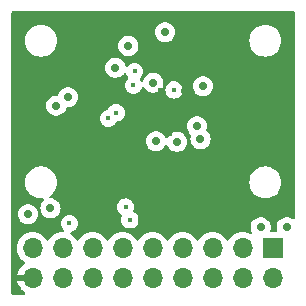
<source format=gbr>
%TF.GenerationSoftware,KiCad,Pcbnew,7.0.5*%
%TF.CreationDate,2024-03-10T15:58:08+09:00*%
%TF.ProjectId,camera_exp,63616d65-7261-45f6-9578-702e6b696361,rev?*%
%TF.SameCoordinates,Original*%
%TF.FileFunction,Copper,L2,Inr*%
%TF.FilePolarity,Positive*%
%FSLAX46Y46*%
G04 Gerber Fmt 4.6, Leading zero omitted, Abs format (unit mm)*
G04 Created by KiCad (PCBNEW 7.0.5) date 2024-03-10 15:58:08*
%MOMM*%
%LPD*%
G01*
G04 APERTURE LIST*
%TA.AperFunction,ComponentPad*%
%ADD10R,1.700000X1.700000*%
%TD*%
%TA.AperFunction,ComponentPad*%
%ADD11O,1.700000X1.700000*%
%TD*%
%TA.AperFunction,ViaPad*%
%ADD12C,0.450000*%
%TD*%
%TA.AperFunction,ViaPad*%
%ADD13C,0.700000*%
%TD*%
G04 APERTURE END LIST*
D10*
%TO.N,/DVP_0*%
%TO.C,J1*%
X102620000Y-57560000D03*
D11*
%TO.N,/DVP_1*%
X102620000Y-60100000D03*
%TO.N,/DVP_2*%
X100080000Y-57560000D03*
%TO.N,/DVP_3*%
X100080000Y-60100000D03*
%TO.N,/DVP_4*%
X97540000Y-57560000D03*
%TO.N,/DVP_5*%
X97540000Y-60100000D03*
%TO.N,/DVP_6*%
X95000000Y-57560000D03*
%TO.N,/DVP_7*%
X95000000Y-60100000D03*
%TO.N,/DVP_8*%
X92460000Y-57560000D03*
%TO.N,/DVP_9*%
X92460000Y-60100000D03*
%TO.N,/VSYNC*%
X89920000Y-57560000D03*
%TO.N,/HREF*%
X89920000Y-60100000D03*
%TO.N,/PCLK*%
X87380000Y-57560000D03*
%TO.N,/EXCLK*%
X87380000Y-60100000D03*
%TO.N,/SDA*%
X84840000Y-57560000D03*
%TO.N,/SCL*%
X84840000Y-60100000D03*
%TO.N,+3V3*%
X82300000Y-57560000D03*
%TO.N,GND*%
X82300000Y-60100000D03*
%TD*%
D12*
%TO.N,GND*%
X87310000Y-46590000D03*
%TO.N,/SCL*%
X85410000Y-55480000D03*
%TO.N,/DVP_9*%
X90520000Y-55170000D03*
%TO.N,/DVP_6*%
X90170000Y-54090000D03*
%TO.N,+2V8*%
X90830000Y-43780000D03*
%TO.N,+1V8*%
X88700000Y-46590000D03*
%TO.N,/DVDD*%
X89370000Y-46110000D03*
%TO.N,GND*%
X91150000Y-48360000D03*
X93910000Y-47910000D03*
X93050000Y-44190000D03*
X95000000Y-44230000D03*
%TO.N,/DVDD*%
X94270000Y-44170000D03*
%TO.N,GND*%
X93750000Y-45720000D03*
%TO.N,/RSTB*%
X90921578Y-42602637D03*
D13*
%TO.N,/VR*%
X93500000Y-39300000D03*
%TO.N,+2V8*%
X103800000Y-55800000D03*
X101600000Y-55800000D03*
X81900000Y-54700000D03*
X83800000Y-54200000D03*
%TO.N,GND*%
X87800000Y-41500000D03*
X83500000Y-47500000D03*
X84201728Y-50798272D03*
X81434500Y-50200000D03*
X81500000Y-47500000D03*
X81000000Y-59000000D03*
X81000000Y-61000000D03*
X91000000Y-53000000D03*
X100080000Y-51490000D03*
X104000000Y-52000000D03*
X100000000Y-45000000D03*
X100000000Y-48000000D03*
X104000000Y-48000000D03*
X104000000Y-45000000D03*
X100000000Y-42000000D03*
X104000000Y-42000000D03*
X104000000Y-38000000D03*
X100000000Y-38000000D03*
X97000000Y-38000000D03*
X91000000Y-38000000D03*
X85000000Y-38000000D03*
X81000000Y-38000000D03*
X81000000Y-42000000D03*
%TO.N,+2V8*%
X89300000Y-42300000D03*
X96200000Y-47250000D03*
X84300000Y-45500000D03*
X85300000Y-44800000D03*
%TO.N,+1V8*%
X90400000Y-40450000D03*
X96700000Y-43870000D03*
%TO.N,GND*%
X85800000Y-39200000D03*
%TO.N,+2V8*%
X92511128Y-43570628D03*
%TO.N,/DVDD*%
X96500000Y-48330000D03*
X94520000Y-48570000D03*
%TO.N,/EXCLK*%
X92728200Y-48521800D03*
%TD*%
%TA.AperFunction,Conductor*%
%TO.N,GND*%
G36*
X104442539Y-37520185D02*
G01*
X104488294Y-37572989D01*
X104499500Y-37624500D01*
X104499500Y-55013576D01*
X104479815Y-55080615D01*
X104427011Y-55126370D01*
X104357853Y-55136314D01*
X104302615Y-55113894D01*
X104227597Y-55059390D01*
X104227593Y-55059388D01*
X104064267Y-54986671D01*
X104064265Y-54986670D01*
X103936594Y-54959533D01*
X103889391Y-54949500D01*
X103710609Y-54949500D01*
X103679954Y-54956015D01*
X103535733Y-54986670D01*
X103535728Y-54986672D01*
X103372408Y-55059387D01*
X103227768Y-55164475D01*
X103108140Y-55297336D01*
X103018750Y-55452164D01*
X103018747Y-55452170D01*
X102963504Y-55622192D01*
X102963503Y-55622194D01*
X102944815Y-55799999D01*
X102963503Y-55977804D01*
X102963504Y-55977807D01*
X102986046Y-56047183D01*
X102988041Y-56117023D01*
X102951961Y-56176856D01*
X102889260Y-56207684D01*
X102868115Y-56209500D01*
X102531885Y-56209500D01*
X102464846Y-56189815D01*
X102419091Y-56137011D01*
X102409147Y-56067853D01*
X102413952Y-56047187D01*
X102436497Y-55977803D01*
X102455185Y-55800000D01*
X102436497Y-55622197D01*
X102408873Y-55537181D01*
X102381252Y-55452170D01*
X102381249Y-55452164D01*
X102291859Y-55297335D01*
X102245003Y-55245296D01*
X102172235Y-55164478D01*
X102172232Y-55164476D01*
X102172231Y-55164475D01*
X102172230Y-55164474D01*
X102027593Y-55059388D01*
X101864267Y-54986671D01*
X101864265Y-54986670D01*
X101736594Y-54959533D01*
X101689391Y-54949500D01*
X101510609Y-54949500D01*
X101479954Y-54956015D01*
X101335733Y-54986670D01*
X101335728Y-54986672D01*
X101172408Y-55059387D01*
X101027768Y-55164475D01*
X100908140Y-55297336D01*
X100818750Y-55452164D01*
X100818747Y-55452170D01*
X100763504Y-55622192D01*
X100763503Y-55622194D01*
X100744815Y-55799999D01*
X100763503Y-55977805D01*
X100763504Y-55977807D01*
X100818747Y-56147829D01*
X100818749Y-56147832D01*
X100818750Y-56147835D01*
X100832690Y-56171979D01*
X100849162Y-56239879D01*
X100826309Y-56305906D01*
X100771387Y-56349096D01*
X100701834Y-56355737D01*
X100672897Y-56346360D01*
X100586143Y-56305906D01*
X100543663Y-56286097D01*
X100543659Y-56286096D01*
X100543655Y-56286094D01*
X100315413Y-56224938D01*
X100315403Y-56224936D01*
X100080001Y-56204341D01*
X100079999Y-56204341D01*
X99844596Y-56224936D01*
X99844586Y-56224938D01*
X99616344Y-56286094D01*
X99616335Y-56286098D01*
X99402171Y-56385964D01*
X99402169Y-56385965D01*
X99208597Y-56521505D01*
X99041505Y-56688597D01*
X98911575Y-56874158D01*
X98856998Y-56917783D01*
X98787500Y-56924977D01*
X98725145Y-56893454D01*
X98708425Y-56874158D01*
X98578494Y-56688597D01*
X98411402Y-56521506D01*
X98411395Y-56521501D01*
X98217834Y-56385967D01*
X98217830Y-56385965D01*
X98153006Y-56355737D01*
X98003663Y-56286097D01*
X98003659Y-56286096D01*
X98003655Y-56286094D01*
X97775413Y-56224938D01*
X97775403Y-56224936D01*
X97540001Y-56204341D01*
X97539999Y-56204341D01*
X97304596Y-56224936D01*
X97304586Y-56224938D01*
X97076344Y-56286094D01*
X97076335Y-56286098D01*
X96862171Y-56385964D01*
X96862169Y-56385965D01*
X96668597Y-56521505D01*
X96501505Y-56688597D01*
X96371575Y-56874158D01*
X96316998Y-56917783D01*
X96247500Y-56924977D01*
X96185145Y-56893454D01*
X96168425Y-56874158D01*
X96038494Y-56688597D01*
X95871402Y-56521506D01*
X95871395Y-56521501D01*
X95677834Y-56385967D01*
X95677830Y-56385965D01*
X95613006Y-56355737D01*
X95463663Y-56286097D01*
X95463659Y-56286096D01*
X95463655Y-56286094D01*
X95235413Y-56224938D01*
X95235403Y-56224936D01*
X95000001Y-56204341D01*
X94999999Y-56204341D01*
X94764596Y-56224936D01*
X94764586Y-56224938D01*
X94536344Y-56286094D01*
X94536335Y-56286098D01*
X94322171Y-56385964D01*
X94322169Y-56385965D01*
X94128597Y-56521505D01*
X93961505Y-56688597D01*
X93831575Y-56874158D01*
X93776998Y-56917783D01*
X93707500Y-56924977D01*
X93645145Y-56893454D01*
X93628425Y-56874158D01*
X93498494Y-56688597D01*
X93331402Y-56521506D01*
X93331395Y-56521501D01*
X93137834Y-56385967D01*
X93137830Y-56385965D01*
X93073006Y-56355737D01*
X92923663Y-56286097D01*
X92923659Y-56286096D01*
X92923655Y-56286094D01*
X92695413Y-56224938D01*
X92695403Y-56224936D01*
X92460001Y-56204341D01*
X92459999Y-56204341D01*
X92224596Y-56224936D01*
X92224586Y-56224938D01*
X91996344Y-56286094D01*
X91996335Y-56286098D01*
X91782171Y-56385964D01*
X91782169Y-56385965D01*
X91588597Y-56521505D01*
X91421505Y-56688597D01*
X91291575Y-56874158D01*
X91236998Y-56917783D01*
X91167500Y-56924977D01*
X91105145Y-56893454D01*
X91088425Y-56874158D01*
X90958494Y-56688597D01*
X90791402Y-56521506D01*
X90791395Y-56521501D01*
X90597834Y-56385967D01*
X90597830Y-56385965D01*
X90533006Y-56355737D01*
X90383663Y-56286097D01*
X90383659Y-56286096D01*
X90383655Y-56286094D01*
X90155413Y-56224938D01*
X90155403Y-56224936D01*
X89920001Y-56204341D01*
X89919999Y-56204341D01*
X89684596Y-56224936D01*
X89684586Y-56224938D01*
X89456344Y-56286094D01*
X89456335Y-56286098D01*
X89242171Y-56385964D01*
X89242169Y-56385965D01*
X89048597Y-56521505D01*
X88881505Y-56688597D01*
X88751575Y-56874158D01*
X88696998Y-56917783D01*
X88627500Y-56924977D01*
X88565145Y-56893454D01*
X88548425Y-56874158D01*
X88418494Y-56688597D01*
X88251402Y-56521506D01*
X88251395Y-56521501D01*
X88057834Y-56385967D01*
X88057830Y-56385965D01*
X87993006Y-56355737D01*
X87843663Y-56286097D01*
X87843659Y-56286096D01*
X87843655Y-56286094D01*
X87615413Y-56224938D01*
X87615403Y-56224936D01*
X87380001Y-56204341D01*
X87379999Y-56204341D01*
X87144596Y-56224936D01*
X87144586Y-56224938D01*
X86916344Y-56286094D01*
X86916335Y-56286098D01*
X86702171Y-56385964D01*
X86702169Y-56385965D01*
X86508597Y-56521505D01*
X86341508Y-56688594D01*
X86211574Y-56874159D01*
X86156997Y-56917784D01*
X86087498Y-56924976D01*
X86025144Y-56893454D01*
X86008424Y-56874158D01*
X85878494Y-56688597D01*
X85711402Y-56521506D01*
X85711401Y-56521505D01*
X85549251Y-56407966D01*
X85505626Y-56353389D01*
X85498434Y-56283890D01*
X85529956Y-56221536D01*
X85579417Y-56189351D01*
X85698082Y-56147829D01*
X85726773Y-56137790D01*
X85745957Y-56125736D01*
X85865204Y-56050808D01*
X85980808Y-55935204D01*
X86067789Y-55796775D01*
X86121786Y-55642461D01*
X86121787Y-55642455D01*
X86140091Y-55480003D01*
X86140091Y-55479996D01*
X86121787Y-55317544D01*
X86121786Y-55317542D01*
X86121786Y-55317539D01*
X86067789Y-55163225D01*
X85980808Y-55024796D01*
X85865204Y-54909192D01*
X85794488Y-54864758D01*
X85726774Y-54822210D01*
X85580837Y-54771145D01*
X85572461Y-54768214D01*
X85572460Y-54768213D01*
X85572455Y-54768212D01*
X85410004Y-54749909D01*
X85409996Y-54749909D01*
X85247544Y-54768212D01*
X85093225Y-54822210D01*
X84954795Y-54909192D01*
X84839192Y-55024795D01*
X84752210Y-55163225D01*
X84698212Y-55317544D01*
X84679909Y-55479996D01*
X84679909Y-55480003D01*
X84698212Y-55642455D01*
X84752210Y-55796774D01*
X84839192Y-55935204D01*
X84898709Y-55994721D01*
X84932194Y-56056044D01*
X84927210Y-56125736D01*
X84885338Y-56181669D01*
X84821836Y-56205930D01*
X84604596Y-56224936D01*
X84604586Y-56224938D01*
X84376344Y-56286094D01*
X84376335Y-56286098D01*
X84162171Y-56385964D01*
X84162169Y-56385965D01*
X83968597Y-56521505D01*
X83801505Y-56688597D01*
X83671575Y-56874158D01*
X83616998Y-56917783D01*
X83547500Y-56924977D01*
X83485145Y-56893454D01*
X83468425Y-56874158D01*
X83338494Y-56688597D01*
X83171402Y-56521506D01*
X83171395Y-56521501D01*
X82977834Y-56385967D01*
X82977830Y-56385965D01*
X82913006Y-56355737D01*
X82763663Y-56286097D01*
X82763659Y-56286096D01*
X82763655Y-56286094D01*
X82535413Y-56224938D01*
X82535403Y-56224936D01*
X82300001Y-56204341D01*
X82299999Y-56204341D01*
X82064596Y-56224936D01*
X82064586Y-56224938D01*
X81836344Y-56286094D01*
X81836335Y-56286098D01*
X81622171Y-56385964D01*
X81622169Y-56385965D01*
X81428597Y-56521505D01*
X81261505Y-56688597D01*
X81125965Y-56882169D01*
X81125964Y-56882171D01*
X81026098Y-57096335D01*
X81026094Y-57096344D01*
X80964938Y-57324586D01*
X80964936Y-57324596D01*
X80944341Y-57559999D01*
X80944341Y-57560000D01*
X80964936Y-57795403D01*
X80964938Y-57795413D01*
X81026094Y-58023655D01*
X81026096Y-58023659D01*
X81026097Y-58023663D01*
X81030000Y-58032032D01*
X81125965Y-58237830D01*
X81125967Y-58237834D01*
X81234281Y-58392521D01*
X81261504Y-58431400D01*
X81261506Y-58431402D01*
X81428597Y-58598493D01*
X81428603Y-58598498D01*
X81614594Y-58728730D01*
X81658219Y-58783307D01*
X81665413Y-58852805D01*
X81633890Y-58915160D01*
X81614595Y-58931880D01*
X81428922Y-59061890D01*
X81428920Y-59061891D01*
X81261891Y-59228920D01*
X81261886Y-59228926D01*
X81126400Y-59422420D01*
X81126399Y-59422422D01*
X81026570Y-59636507D01*
X81026567Y-59636513D01*
X80969364Y-59849999D01*
X80969364Y-59850000D01*
X81866314Y-59850000D01*
X81840507Y-59890156D01*
X81800000Y-60028111D01*
X81800000Y-60171889D01*
X81840507Y-60309844D01*
X81866314Y-60350000D01*
X80969364Y-60350000D01*
X81026567Y-60563486D01*
X81026570Y-60563492D01*
X81126399Y-60777578D01*
X81261894Y-60971082D01*
X81428917Y-61138105D01*
X81622886Y-61273925D01*
X81666511Y-61328503D01*
X81673703Y-61398001D01*
X81642181Y-61460356D01*
X81581951Y-61495769D01*
X81551762Y-61499500D01*
X80624500Y-61499500D01*
X80557461Y-61479815D01*
X80511706Y-61427011D01*
X80500500Y-61375500D01*
X80500500Y-54699999D01*
X81044815Y-54699999D01*
X81063503Y-54877805D01*
X81063504Y-54877807D01*
X81118747Y-55047829D01*
X81118750Y-55047835D01*
X81208141Y-55202665D01*
X81249812Y-55248946D01*
X81327764Y-55335521D01*
X81327767Y-55335523D01*
X81327770Y-55335526D01*
X81472407Y-55440612D01*
X81635733Y-55513329D01*
X81810609Y-55550500D01*
X81810610Y-55550500D01*
X81989389Y-55550500D01*
X81989391Y-55550500D01*
X82164267Y-55513329D01*
X82327593Y-55440612D01*
X82472230Y-55335526D01*
X82474996Y-55332455D01*
X82498148Y-55306741D01*
X82591859Y-55202665D01*
X82681250Y-55047835D01*
X82736497Y-54877803D01*
X82755185Y-54700000D01*
X82736497Y-54522197D01*
X82689581Y-54377805D01*
X82681252Y-54352170D01*
X82681249Y-54352164D01*
X82591859Y-54197335D01*
X82545003Y-54145296D01*
X82472235Y-54064478D01*
X82472232Y-54064476D01*
X82472231Y-54064475D01*
X82472230Y-54064474D01*
X82327593Y-53959388D01*
X82164267Y-53886671D01*
X82164265Y-53886670D01*
X82001952Y-53852170D01*
X81989391Y-53849500D01*
X81810609Y-53849500D01*
X81798048Y-53852170D01*
X81635733Y-53886670D01*
X81635728Y-53886672D01*
X81472408Y-53959387D01*
X81327768Y-54064475D01*
X81208140Y-54197336D01*
X81118750Y-54352164D01*
X81118747Y-54352170D01*
X81063504Y-54522192D01*
X81063503Y-54522194D01*
X81044815Y-54699999D01*
X80500500Y-54699999D01*
X80500500Y-52000000D01*
X81644341Y-52000000D01*
X81664936Y-52235403D01*
X81664938Y-52235413D01*
X81726094Y-52463655D01*
X81726096Y-52463659D01*
X81726097Y-52463663D01*
X81776031Y-52570745D01*
X81825964Y-52677828D01*
X81825965Y-52677830D01*
X81961505Y-52871402D01*
X82128597Y-53038494D01*
X82322169Y-53174034D01*
X82322171Y-53174035D01*
X82536337Y-53273903D01*
X82764592Y-53335063D01*
X82941032Y-53350499D01*
X82941033Y-53350500D01*
X82941034Y-53350500D01*
X83058966Y-53350500D01*
X83140282Y-53343385D01*
X83208780Y-53357151D01*
X83258964Y-53405766D01*
X83274898Y-53473794D01*
X83251523Y-53539638D01*
X83231876Y-53559323D01*
X83232599Y-53560126D01*
X83227770Y-53564473D01*
X83108140Y-53697336D01*
X83018750Y-53852164D01*
X83018747Y-53852170D01*
X82963504Y-54022192D01*
X82963503Y-54022194D01*
X82944815Y-54200000D01*
X82963503Y-54377805D01*
X82963504Y-54377807D01*
X83018747Y-54547829D01*
X83018750Y-54547835D01*
X83108141Y-54702665D01*
X83119064Y-54714796D01*
X83227764Y-54835521D01*
X83227767Y-54835523D01*
X83227770Y-54835526D01*
X83372407Y-54940612D01*
X83535733Y-55013329D01*
X83710609Y-55050500D01*
X83710610Y-55050500D01*
X83889389Y-55050500D01*
X83889391Y-55050500D01*
X84064267Y-55013329D01*
X84227593Y-54940612D01*
X84372230Y-54835526D01*
X84491859Y-54702665D01*
X84581250Y-54547835D01*
X84636497Y-54377803D01*
X84655185Y-54200000D01*
X84643624Y-54090003D01*
X89439909Y-54090003D01*
X89458212Y-54252455D01*
X89512210Y-54406774D01*
X89599192Y-54545204D01*
X89714797Y-54660809D01*
X89807106Y-54718811D01*
X89853396Y-54771145D01*
X89864044Y-54840199D01*
X89858175Y-54864758D01*
X89808212Y-55007544D01*
X89789909Y-55169996D01*
X89789909Y-55170003D01*
X89808212Y-55332455D01*
X89808213Y-55332460D01*
X89808214Y-55332461D01*
X89815379Y-55352939D01*
X89862210Y-55486774D01*
X89862211Y-55486775D01*
X89949192Y-55625204D01*
X90064796Y-55740808D01*
X90203225Y-55827789D01*
X90357539Y-55881786D01*
X90357542Y-55881786D01*
X90357544Y-55881787D01*
X90519996Y-55900091D01*
X90520000Y-55900091D01*
X90520004Y-55900091D01*
X90682455Y-55881787D01*
X90682456Y-55881786D01*
X90682461Y-55881786D01*
X90836775Y-55827789D01*
X90975204Y-55740808D01*
X91090808Y-55625204D01*
X91177789Y-55486775D01*
X91231786Y-55332461D01*
X91233467Y-55317544D01*
X91250091Y-55170003D01*
X91250091Y-55169996D01*
X91231787Y-55007544D01*
X91231786Y-55007542D01*
X91231786Y-55007539D01*
X91177789Y-54853225D01*
X91090808Y-54714796D01*
X90975204Y-54599192D01*
X90882890Y-54541187D01*
X90836602Y-54488856D01*
X90825953Y-54419802D01*
X90831821Y-54395249D01*
X90881786Y-54252461D01*
X90881786Y-54252459D01*
X90881787Y-54252457D01*
X90900091Y-54090003D01*
X90900091Y-54089996D01*
X90881787Y-53927544D01*
X90881786Y-53927542D01*
X90881786Y-53927539D01*
X90827789Y-53773225D01*
X90740808Y-53634796D01*
X90625204Y-53519192D01*
X90552954Y-53473794D01*
X90486774Y-53432210D01*
X90332455Y-53378212D01*
X90170004Y-53359909D01*
X90169996Y-53359909D01*
X90007544Y-53378212D01*
X89853225Y-53432210D01*
X89714795Y-53519192D01*
X89599192Y-53634795D01*
X89512210Y-53773225D01*
X89458212Y-53927544D01*
X89439909Y-54089996D01*
X89439909Y-54090003D01*
X84643624Y-54090003D01*
X84636497Y-54022197D01*
X84592462Y-53886671D01*
X84581252Y-53852170D01*
X84581249Y-53852164D01*
X84535674Y-53773225D01*
X84491859Y-53697335D01*
X84445003Y-53645296D01*
X84372235Y-53564478D01*
X84372232Y-53564476D01*
X84372231Y-53564475D01*
X84372230Y-53564474D01*
X84227593Y-53459388D01*
X84064267Y-53386671D01*
X84064265Y-53386670D01*
X83925386Y-53357151D01*
X83889391Y-53349500D01*
X83820517Y-53349500D01*
X83753478Y-53329815D01*
X83707723Y-53277011D01*
X83697779Y-53207853D01*
X83726804Y-53144297D01*
X83749394Y-53123925D01*
X83871402Y-53038494D01*
X83871402Y-53038493D01*
X84038495Y-52871401D01*
X84174035Y-52677830D01*
X84273903Y-52463663D01*
X84335063Y-52235408D01*
X84355659Y-52000000D01*
X100644341Y-52000000D01*
X100664936Y-52235403D01*
X100664938Y-52235413D01*
X100726094Y-52463655D01*
X100726096Y-52463659D01*
X100726097Y-52463663D01*
X100776031Y-52570745D01*
X100825964Y-52677828D01*
X100825965Y-52677830D01*
X100961505Y-52871402D01*
X101128597Y-53038494D01*
X101322169Y-53174034D01*
X101322171Y-53174035D01*
X101536337Y-53273903D01*
X101764592Y-53335063D01*
X101941032Y-53350499D01*
X101941033Y-53350500D01*
X101941034Y-53350500D01*
X102058967Y-53350500D01*
X102058967Y-53350499D01*
X102235408Y-53335063D01*
X102463663Y-53273903D01*
X102677829Y-53174035D01*
X102871401Y-53038495D01*
X103038495Y-52871401D01*
X103174035Y-52677830D01*
X103273903Y-52463663D01*
X103335063Y-52235408D01*
X103355659Y-52000000D01*
X103335063Y-51764592D01*
X103273903Y-51536337D01*
X103174035Y-51322171D01*
X103174034Y-51322169D01*
X103038494Y-51128597D01*
X102871402Y-50961505D01*
X102677830Y-50825965D01*
X102677828Y-50825964D01*
X102570746Y-50776031D01*
X102463663Y-50726097D01*
X102463659Y-50726096D01*
X102463655Y-50726094D01*
X102235413Y-50664938D01*
X102235403Y-50664936D01*
X102058967Y-50649500D01*
X102058966Y-50649500D01*
X101941034Y-50649500D01*
X101941033Y-50649500D01*
X101764596Y-50664936D01*
X101764586Y-50664938D01*
X101536344Y-50726094D01*
X101536335Y-50726098D01*
X101322171Y-50825964D01*
X101322169Y-50825965D01*
X101128597Y-50961505D01*
X100961506Y-51128597D01*
X100961501Y-51128604D01*
X100825967Y-51322165D01*
X100825965Y-51322169D01*
X100726098Y-51536335D01*
X100726094Y-51536344D01*
X100664938Y-51764586D01*
X100664936Y-51764596D01*
X100644341Y-51999999D01*
X100644341Y-52000000D01*
X84355659Y-52000000D01*
X84335063Y-51764592D01*
X84273903Y-51536337D01*
X84174035Y-51322171D01*
X84174034Y-51322169D01*
X84038494Y-51128597D01*
X83871402Y-50961505D01*
X83677830Y-50825965D01*
X83677828Y-50825964D01*
X83570745Y-50776030D01*
X83463663Y-50726097D01*
X83463659Y-50726096D01*
X83463655Y-50726094D01*
X83235413Y-50664938D01*
X83235403Y-50664936D01*
X83058967Y-50649500D01*
X83058966Y-50649500D01*
X82941034Y-50649500D01*
X82941033Y-50649500D01*
X82764596Y-50664936D01*
X82764586Y-50664938D01*
X82536344Y-50726094D01*
X82536335Y-50726098D01*
X82322171Y-50825964D01*
X82322169Y-50825965D01*
X82128597Y-50961505D01*
X81961506Y-51128597D01*
X81961501Y-51128604D01*
X81825967Y-51322165D01*
X81825965Y-51322169D01*
X81726098Y-51536335D01*
X81726094Y-51536344D01*
X81664938Y-51764586D01*
X81664936Y-51764596D01*
X81644341Y-51999999D01*
X81644341Y-52000000D01*
X80500500Y-52000000D01*
X80500500Y-48521800D01*
X91873015Y-48521800D01*
X91891703Y-48699605D01*
X91891704Y-48699607D01*
X91946947Y-48869629D01*
X91946950Y-48869635D01*
X92036341Y-49024465D01*
X92077890Y-49070610D01*
X92155964Y-49157321D01*
X92155967Y-49157323D01*
X92155970Y-49157326D01*
X92300607Y-49262412D01*
X92463933Y-49335129D01*
X92638809Y-49372300D01*
X92638810Y-49372300D01*
X92817589Y-49372300D01*
X92817591Y-49372300D01*
X92992467Y-49335129D01*
X93155793Y-49262412D01*
X93300430Y-49157326D01*
X93420059Y-49024465D01*
X93506902Y-48874047D01*
X93557466Y-48825835D01*
X93626073Y-48812611D01*
X93690938Y-48838579D01*
X93731467Y-48895493D01*
X93732218Y-48897733D01*
X93738746Y-48917826D01*
X93738750Y-48917835D01*
X93828141Y-49072665D01*
X93869812Y-49118946D01*
X93947764Y-49205521D01*
X93947767Y-49205523D01*
X93947770Y-49205526D01*
X94092407Y-49310612D01*
X94255733Y-49383329D01*
X94430609Y-49420500D01*
X94430610Y-49420500D01*
X94609389Y-49420500D01*
X94609391Y-49420500D01*
X94784267Y-49383329D01*
X94947593Y-49310612D01*
X95092230Y-49205526D01*
X95211859Y-49072665D01*
X95301250Y-48917835D01*
X95356497Y-48747803D01*
X95375185Y-48570000D01*
X95356497Y-48392197D01*
X95315482Y-48265965D01*
X95301252Y-48222170D01*
X95301249Y-48222164D01*
X95298700Y-48217749D01*
X95211859Y-48067335D01*
X95135176Y-47982170D01*
X95092235Y-47934478D01*
X95092232Y-47934476D01*
X95092231Y-47934475D01*
X95092230Y-47934474D01*
X94947593Y-47829388D01*
X94784267Y-47756671D01*
X94784265Y-47756670D01*
X94656594Y-47729533D01*
X94609391Y-47719500D01*
X94430609Y-47719500D01*
X94399954Y-47726015D01*
X94255733Y-47756670D01*
X94255728Y-47756672D01*
X94092408Y-47829387D01*
X93947768Y-47934475D01*
X93828139Y-48067336D01*
X93741299Y-48217749D01*
X93690732Y-48265965D01*
X93622125Y-48279188D01*
X93557260Y-48253220D01*
X93516732Y-48196305D01*
X93515998Y-48194119D01*
X93509450Y-48173965D01*
X93420059Y-48019135D01*
X93366663Y-47959833D01*
X93300435Y-47886278D01*
X93300432Y-47886276D01*
X93300431Y-47886275D01*
X93300430Y-47886274D01*
X93155793Y-47781188D01*
X92992467Y-47708471D01*
X92992465Y-47708470D01*
X92864794Y-47681333D01*
X92817591Y-47671300D01*
X92638809Y-47671300D01*
X92619073Y-47675495D01*
X92463933Y-47708470D01*
X92463928Y-47708472D01*
X92300608Y-47781187D01*
X92155968Y-47886275D01*
X92036340Y-48019136D01*
X91946950Y-48173964D01*
X91946947Y-48173970D01*
X91891704Y-48343992D01*
X91891703Y-48343994D01*
X91873015Y-48521800D01*
X80500500Y-48521800D01*
X80500500Y-46590003D01*
X87969909Y-46590003D01*
X87988212Y-46752455D01*
X88042210Y-46906774D01*
X88042211Y-46906775D01*
X88129192Y-47045204D01*
X88244796Y-47160808D01*
X88383225Y-47247789D01*
X88537539Y-47301786D01*
X88537542Y-47301786D01*
X88537544Y-47301787D01*
X88699996Y-47320091D01*
X88700000Y-47320091D01*
X88700004Y-47320091D01*
X88862455Y-47301787D01*
X88862456Y-47301786D01*
X88862461Y-47301786D01*
X89010459Y-47249999D01*
X95344815Y-47249999D01*
X95363503Y-47427805D01*
X95363504Y-47427807D01*
X95418747Y-47597829D01*
X95418750Y-47597835D01*
X95508141Y-47752665D01*
X95549812Y-47798946D01*
X95627764Y-47885521D01*
X95627768Y-47885523D01*
X95627770Y-47885526D01*
X95653891Y-47904504D01*
X95696557Y-47959833D01*
X95702536Y-48029447D01*
X95698937Y-48043139D01*
X95663505Y-48152189D01*
X95663503Y-48152194D01*
X95644815Y-48329999D01*
X95663503Y-48507805D01*
X95663504Y-48507807D01*
X95718747Y-48677829D01*
X95718750Y-48677835D01*
X95808141Y-48832665D01*
X95841424Y-48869629D01*
X95927764Y-48965521D01*
X95927767Y-48965523D01*
X95927770Y-48965526D01*
X96072407Y-49070612D01*
X96235733Y-49143329D01*
X96410609Y-49180500D01*
X96410610Y-49180500D01*
X96589389Y-49180500D01*
X96589391Y-49180500D01*
X96764267Y-49143329D01*
X96927593Y-49070612D01*
X97072230Y-48965526D01*
X97191859Y-48832665D01*
X97281250Y-48677835D01*
X97336497Y-48507803D01*
X97355185Y-48330000D01*
X97336497Y-48152197D01*
X97293263Y-48019136D01*
X97281252Y-47982170D01*
X97281249Y-47982164D01*
X97191859Y-47827335D01*
X97124624Y-47752663D01*
X97072235Y-47694478D01*
X97072232Y-47694476D01*
X97072231Y-47694475D01*
X97072230Y-47694474D01*
X97046105Y-47675493D01*
X97003442Y-47620165D01*
X96997463Y-47550552D01*
X97001058Y-47536869D01*
X97036497Y-47427803D01*
X97055185Y-47250000D01*
X97036497Y-47072197D01*
X96981250Y-46902165D01*
X96891859Y-46747335D01*
X96831957Y-46680807D01*
X96772235Y-46614478D01*
X96772232Y-46614476D01*
X96772231Y-46614475D01*
X96772230Y-46614474D01*
X96627593Y-46509388D01*
X96464267Y-46436671D01*
X96464265Y-46436670D01*
X96336594Y-46409533D01*
X96289391Y-46399500D01*
X96110609Y-46399500D01*
X96079954Y-46406015D01*
X95935733Y-46436670D01*
X95935728Y-46436672D01*
X95772408Y-46509387D01*
X95627768Y-46614475D01*
X95508140Y-46747336D01*
X95418750Y-46902164D01*
X95418747Y-46902170D01*
X95363504Y-47072192D01*
X95363503Y-47072194D01*
X95344815Y-47249999D01*
X89010459Y-47249999D01*
X89016775Y-47247789D01*
X89155204Y-47160808D01*
X89270808Y-47045204D01*
X89357789Y-46906775D01*
X89357789Y-46906774D01*
X89360810Y-46900502D01*
X89363440Y-46901768D01*
X89396489Y-46855612D01*
X89459000Y-46830062D01*
X89532461Y-46821786D01*
X89686775Y-46767789D01*
X89825204Y-46680808D01*
X89940808Y-46565204D01*
X90027789Y-46426775D01*
X90081786Y-46272461D01*
X90097215Y-46135526D01*
X90100091Y-46110003D01*
X90100091Y-46109996D01*
X90081787Y-45947544D01*
X90081786Y-45947542D01*
X90081786Y-45947539D01*
X90027789Y-45793225D01*
X89940808Y-45654796D01*
X89825204Y-45539192D01*
X89762831Y-45500000D01*
X89686774Y-45452210D01*
X89532455Y-45398212D01*
X89370004Y-45379909D01*
X89369996Y-45379909D01*
X89207544Y-45398212D01*
X89053225Y-45452210D01*
X88914795Y-45539192D01*
X88799192Y-45654795D01*
X88712211Y-45793225D01*
X88709188Y-45799503D01*
X88706590Y-45798251D01*
X88673339Y-45844519D01*
X88610997Y-45869936D01*
X88537544Y-45878212D01*
X88383225Y-45932210D01*
X88244795Y-46019192D01*
X88129192Y-46134795D01*
X88042210Y-46273225D01*
X87988212Y-46427544D01*
X87969909Y-46589996D01*
X87969909Y-46590003D01*
X80500500Y-46590003D01*
X80500500Y-45500000D01*
X83444815Y-45500000D01*
X83463503Y-45677805D01*
X83463504Y-45677807D01*
X83518747Y-45847829D01*
X83518750Y-45847835D01*
X83608141Y-46002665D01*
X83649812Y-46048946D01*
X83727764Y-46135521D01*
X83727767Y-46135523D01*
X83727770Y-46135526D01*
X83872407Y-46240612D01*
X84035733Y-46313329D01*
X84210609Y-46350500D01*
X84210610Y-46350500D01*
X84389389Y-46350500D01*
X84389391Y-46350500D01*
X84564267Y-46313329D01*
X84727593Y-46240612D01*
X84872230Y-46135526D01*
X84872888Y-46134796D01*
X84898148Y-46106741D01*
X84991859Y-46002665D01*
X85081250Y-45847835D01*
X85117528Y-45736180D01*
X85156965Y-45678507D01*
X85221324Y-45651308D01*
X85235459Y-45650500D01*
X85389389Y-45650500D01*
X85389391Y-45650500D01*
X85564267Y-45613329D01*
X85727593Y-45540612D01*
X85872230Y-45435526D01*
X85991859Y-45302665D01*
X86081250Y-45147835D01*
X86136497Y-44977803D01*
X86155185Y-44800000D01*
X86136497Y-44622197D01*
X86108873Y-44537181D01*
X86081252Y-44452170D01*
X86081249Y-44452164D01*
X86072950Y-44437789D01*
X85991859Y-44297335D01*
X85920277Y-44217835D01*
X85872235Y-44164478D01*
X85872232Y-44164476D01*
X85872231Y-44164475D01*
X85872230Y-44164474D01*
X85727593Y-44059388D01*
X85564267Y-43986671D01*
X85564265Y-43986670D01*
X85432970Y-43958763D01*
X85389391Y-43949500D01*
X85210609Y-43949500D01*
X85179954Y-43956015D01*
X85035733Y-43986670D01*
X85035728Y-43986672D01*
X84872408Y-44059387D01*
X84727768Y-44164475D01*
X84608140Y-44297336D01*
X84518750Y-44452164D01*
X84518747Y-44452171D01*
X84482471Y-44563818D01*
X84443033Y-44621494D01*
X84378675Y-44648692D01*
X84364540Y-44649500D01*
X84210609Y-44649500D01*
X84179954Y-44656015D01*
X84035733Y-44686670D01*
X84035728Y-44686672D01*
X83872408Y-44759387D01*
X83727768Y-44864475D01*
X83608140Y-44997336D01*
X83518750Y-45152164D01*
X83518747Y-45152170D01*
X83463504Y-45322192D01*
X83463503Y-45322194D01*
X83444815Y-45500000D01*
X80500500Y-45500000D01*
X80500500Y-42300000D01*
X88444815Y-42300000D01*
X88463503Y-42477805D01*
X88463504Y-42477807D01*
X88518747Y-42647829D01*
X88518750Y-42647835D01*
X88608141Y-42802665D01*
X88632767Y-42830015D01*
X88727764Y-42935521D01*
X88727767Y-42935523D01*
X88727770Y-42935526D01*
X88872407Y-43040612D01*
X89035733Y-43113329D01*
X89210609Y-43150500D01*
X89210610Y-43150500D01*
X89389389Y-43150500D01*
X89389391Y-43150500D01*
X89564267Y-43113329D01*
X89727593Y-43040612D01*
X89872230Y-42935526D01*
X89872609Y-42935106D01*
X89912000Y-42891356D01*
X89991859Y-42802665D01*
X90000583Y-42787553D01*
X90051148Y-42739338D01*
X90119754Y-42726113D01*
X90184620Y-42752079D01*
X90225012Y-42808597D01*
X90263787Y-42919409D01*
X90350770Y-43057841D01*
X90350777Y-43057848D01*
X90350779Y-43057852D01*
X90355111Y-43063284D01*
X90354159Y-43064042D01*
X90384262Y-43119171D01*
X90379278Y-43188863D01*
X90350778Y-43233210D01*
X90259191Y-43324797D01*
X90172210Y-43463225D01*
X90118212Y-43617544D01*
X90099909Y-43779996D01*
X90099909Y-43780003D01*
X90118212Y-43942455D01*
X90172210Y-44096774D01*
X90248278Y-44217835D01*
X90259192Y-44235204D01*
X90374796Y-44350808D01*
X90513225Y-44437789D01*
X90667539Y-44491786D01*
X90667542Y-44491786D01*
X90667544Y-44491787D01*
X90829996Y-44510091D01*
X90830000Y-44510091D01*
X90830004Y-44510091D01*
X90992455Y-44491787D01*
X90992456Y-44491786D01*
X90992461Y-44491786D01*
X91146775Y-44437789D01*
X91285204Y-44350808D01*
X91400808Y-44235204D01*
X91487789Y-44096775D01*
X91528717Y-43979807D01*
X91569437Y-43923033D01*
X91634389Y-43897285D01*
X91702951Y-43910741D01*
X91753145Y-43958763D01*
X91819269Y-44073293D01*
X91860940Y-44119574D01*
X91938892Y-44206149D01*
X91938895Y-44206151D01*
X91938898Y-44206154D01*
X92083535Y-44311240D01*
X92246861Y-44383957D01*
X92421737Y-44421128D01*
X92421738Y-44421128D01*
X92600517Y-44421128D01*
X92600519Y-44421128D01*
X92775395Y-44383957D01*
X92938721Y-44311240D01*
X93083358Y-44206154D01*
X93115909Y-44170003D01*
X93539909Y-44170003D01*
X93558212Y-44332455D01*
X93612210Y-44486774D01*
X93615360Y-44491787D01*
X93699192Y-44625204D01*
X93814796Y-44740808D01*
X93953225Y-44827789D01*
X94107539Y-44881786D01*
X94107542Y-44881786D01*
X94107544Y-44881787D01*
X94269996Y-44900091D01*
X94270000Y-44900091D01*
X94270004Y-44900091D01*
X94432455Y-44881787D01*
X94432456Y-44881786D01*
X94432461Y-44881786D01*
X94586775Y-44827789D01*
X94725204Y-44740808D01*
X94840808Y-44625204D01*
X94927789Y-44486775D01*
X94981786Y-44332461D01*
X94984177Y-44311240D01*
X95000091Y-44170003D01*
X95000091Y-44169996D01*
X94981787Y-44007544D01*
X94981786Y-44007542D01*
X94981786Y-44007539D01*
X94933658Y-43869999D01*
X95844815Y-43869999D01*
X95863503Y-44047805D01*
X95863504Y-44047807D01*
X95918747Y-44217829D01*
X95918750Y-44217835D01*
X96008141Y-44372665D01*
X96049812Y-44418946D01*
X96127764Y-44505521D01*
X96127767Y-44505523D01*
X96127770Y-44505526D01*
X96272407Y-44610612D01*
X96435733Y-44683329D01*
X96610609Y-44720500D01*
X96610610Y-44720500D01*
X96789389Y-44720500D01*
X96789391Y-44720500D01*
X96964267Y-44683329D01*
X97127593Y-44610612D01*
X97272230Y-44505526D01*
X97289115Y-44486774D01*
X97320272Y-44452170D01*
X97391859Y-44372665D01*
X97481250Y-44217835D01*
X97536497Y-44047803D01*
X97555185Y-43870000D01*
X97536497Y-43692197D01*
X97481250Y-43522165D01*
X97391859Y-43367335D01*
X97345003Y-43315296D01*
X97272235Y-43234478D01*
X97272232Y-43234476D01*
X97272231Y-43234475D01*
X97272230Y-43234474D01*
X97127593Y-43129388D01*
X96964267Y-43056671D01*
X96964265Y-43056670D01*
X96836594Y-43029533D01*
X96789391Y-43019500D01*
X96610609Y-43019500D01*
X96579954Y-43026015D01*
X96435733Y-43056670D01*
X96435728Y-43056672D01*
X96272408Y-43129387D01*
X96127768Y-43234475D01*
X96008140Y-43367336D01*
X95918750Y-43522164D01*
X95918747Y-43522170D01*
X95863504Y-43692192D01*
X95863503Y-43692194D01*
X95844815Y-43869999D01*
X94933658Y-43869999D01*
X94927789Y-43853225D01*
X94840808Y-43714796D01*
X94725204Y-43599192D01*
X94602617Y-43522165D01*
X94586774Y-43512210D01*
X94452939Y-43465379D01*
X94432461Y-43458214D01*
X94432460Y-43458213D01*
X94432455Y-43458212D01*
X94270004Y-43439909D01*
X94269996Y-43439909D01*
X94107544Y-43458212D01*
X93953225Y-43512210D01*
X93814795Y-43599192D01*
X93699192Y-43714795D01*
X93612210Y-43853225D01*
X93558212Y-44007544D01*
X93539909Y-44169996D01*
X93539909Y-44170003D01*
X93115909Y-44170003D01*
X93202987Y-44073293D01*
X93292378Y-43918463D01*
X93347625Y-43748431D01*
X93366313Y-43570628D01*
X93347625Y-43392825D01*
X93296174Y-43234475D01*
X93292380Y-43222798D01*
X93292377Y-43222792D01*
X93275623Y-43193773D01*
X93202987Y-43067963D01*
X93156131Y-43015924D01*
X93083363Y-42935106D01*
X93083360Y-42935104D01*
X93083359Y-42935103D01*
X93083358Y-42935102D01*
X92938721Y-42830016D01*
X92775395Y-42757299D01*
X92775393Y-42757298D01*
X92628676Y-42726113D01*
X92600519Y-42720128D01*
X92421737Y-42720128D01*
X92393580Y-42726113D01*
X92246861Y-42757298D01*
X92246856Y-42757300D01*
X92083536Y-42830015D01*
X91938896Y-42935103D01*
X91819268Y-43067964D01*
X91729878Y-43222792D01*
X91729876Y-43222796D01*
X91677774Y-43383149D01*
X91638336Y-43440824D01*
X91573977Y-43468022D01*
X91505131Y-43456107D01*
X91454849Y-43410802D01*
X91400808Y-43324796D01*
X91400800Y-43324788D01*
X91400796Y-43324782D01*
X91396467Y-43319353D01*
X91397418Y-43318594D01*
X91367315Y-43263465D01*
X91372299Y-43193773D01*
X91400796Y-43149430D01*
X91492386Y-43057841D01*
X91579367Y-42919412D01*
X91633364Y-42765098D01*
X91634831Y-42752079D01*
X91651669Y-42602640D01*
X91651669Y-42602633D01*
X91633365Y-42440181D01*
X91633364Y-42440179D01*
X91633364Y-42440176D01*
X91579367Y-42285862D01*
X91492386Y-42147433D01*
X91376782Y-42031829D01*
X91249998Y-41952165D01*
X91238352Y-41944847D01*
X91084033Y-41890849D01*
X90921582Y-41872546D01*
X90921574Y-41872546D01*
X90759122Y-41890849D01*
X90604803Y-41944847D01*
X90466373Y-42031829D01*
X90350767Y-42147435D01*
X90348017Y-42150884D01*
X90290826Y-42191020D01*
X90221014Y-42193865D01*
X90160747Y-42158515D01*
X90133145Y-42111882D01*
X90107134Y-42031829D01*
X90081250Y-41952165D01*
X89991859Y-41797335D01*
X89945003Y-41745296D01*
X89872235Y-41664478D01*
X89872232Y-41664476D01*
X89872231Y-41664475D01*
X89872230Y-41664474D01*
X89727593Y-41559388D01*
X89564267Y-41486671D01*
X89564265Y-41486670D01*
X89436594Y-41459533D01*
X89389391Y-41449500D01*
X89210609Y-41449500D01*
X89179954Y-41456015D01*
X89035733Y-41486670D01*
X89035728Y-41486672D01*
X88872408Y-41559387D01*
X88727768Y-41664475D01*
X88608140Y-41797336D01*
X88518750Y-41952164D01*
X88518747Y-41952170D01*
X88463504Y-42122192D01*
X88463503Y-42122194D01*
X88444815Y-42300000D01*
X80500500Y-42300000D01*
X80500500Y-40000000D01*
X81644341Y-40000000D01*
X81664936Y-40235403D01*
X81664938Y-40235413D01*
X81726094Y-40463655D01*
X81726096Y-40463659D01*
X81726097Y-40463663D01*
X81776031Y-40570745D01*
X81825964Y-40677828D01*
X81825965Y-40677830D01*
X81961505Y-40871402D01*
X82128597Y-41038494D01*
X82322169Y-41174034D01*
X82322171Y-41174035D01*
X82536337Y-41273903D01*
X82764592Y-41335063D01*
X82941032Y-41350499D01*
X82941033Y-41350500D01*
X82941034Y-41350500D01*
X83058967Y-41350500D01*
X83058967Y-41350499D01*
X83235408Y-41335063D01*
X83463663Y-41273903D01*
X83677829Y-41174035D01*
X83871401Y-41038495D01*
X84038495Y-40871401D01*
X84174035Y-40677830D01*
X84273903Y-40463663D01*
X84277564Y-40450000D01*
X89544815Y-40450000D01*
X89563503Y-40627805D01*
X89563504Y-40627807D01*
X89618747Y-40797829D01*
X89618750Y-40797835D01*
X89708141Y-40952665D01*
X89749812Y-40998946D01*
X89827764Y-41085521D01*
X89827767Y-41085523D01*
X89827770Y-41085526D01*
X89972407Y-41190612D01*
X90135733Y-41263329D01*
X90310609Y-41300500D01*
X90310610Y-41300500D01*
X90489389Y-41300500D01*
X90489391Y-41300500D01*
X90664267Y-41263329D01*
X90827593Y-41190612D01*
X90972230Y-41085526D01*
X91091859Y-40952665D01*
X91181250Y-40797835D01*
X91236497Y-40627803D01*
X91255185Y-40450000D01*
X91236497Y-40272197D01*
X91196955Y-40150500D01*
X91181252Y-40102170D01*
X91181249Y-40102164D01*
X91122265Y-40000000D01*
X91091859Y-39947335D01*
X91045003Y-39895296D01*
X90972235Y-39814478D01*
X90972232Y-39814476D01*
X90972231Y-39814475D01*
X90972230Y-39814474D01*
X90827593Y-39709388D01*
X90664267Y-39636671D01*
X90664265Y-39636670D01*
X90536594Y-39609533D01*
X90489391Y-39599500D01*
X90310609Y-39599500D01*
X90279954Y-39606015D01*
X90135733Y-39636670D01*
X90135728Y-39636672D01*
X89972408Y-39709387D01*
X89827768Y-39814475D01*
X89708140Y-39947336D01*
X89618750Y-40102164D01*
X89618747Y-40102170D01*
X89563504Y-40272192D01*
X89563503Y-40272194D01*
X89544815Y-40450000D01*
X84277564Y-40450000D01*
X84335063Y-40235408D01*
X84355659Y-40000000D01*
X84335063Y-39764592D01*
X84273903Y-39536337D01*
X84174035Y-39322171D01*
X84174034Y-39322169D01*
X84158510Y-39299999D01*
X92644815Y-39299999D01*
X92663503Y-39477805D01*
X92663504Y-39477807D01*
X92718747Y-39647829D01*
X92718750Y-39647835D01*
X92808141Y-39802665D01*
X92818775Y-39814475D01*
X92927764Y-39935521D01*
X92927767Y-39935523D01*
X92927770Y-39935526D01*
X93072407Y-40040612D01*
X93235733Y-40113329D01*
X93410609Y-40150500D01*
X93410610Y-40150500D01*
X93589389Y-40150500D01*
X93589391Y-40150500D01*
X93764267Y-40113329D01*
X93927593Y-40040612D01*
X93983490Y-40000000D01*
X100644341Y-40000000D01*
X100664936Y-40235403D01*
X100664938Y-40235413D01*
X100726094Y-40463655D01*
X100726096Y-40463659D01*
X100726097Y-40463663D01*
X100776031Y-40570745D01*
X100825964Y-40677828D01*
X100825965Y-40677830D01*
X100961505Y-40871402D01*
X101128597Y-41038494D01*
X101322169Y-41174034D01*
X101322171Y-41174035D01*
X101536337Y-41273903D01*
X101764592Y-41335063D01*
X101941032Y-41350499D01*
X101941033Y-41350500D01*
X101941034Y-41350500D01*
X102058967Y-41350500D01*
X102058967Y-41350499D01*
X102235408Y-41335063D01*
X102463663Y-41273903D01*
X102677829Y-41174035D01*
X102871401Y-41038495D01*
X103038495Y-40871401D01*
X103174035Y-40677830D01*
X103273903Y-40463663D01*
X103335063Y-40235408D01*
X103355659Y-40000000D01*
X103335063Y-39764592D01*
X103273903Y-39536337D01*
X103174035Y-39322171D01*
X103174034Y-39322169D01*
X103038494Y-39128597D01*
X102871402Y-38961505D01*
X102677830Y-38825965D01*
X102677828Y-38825964D01*
X102570745Y-38776030D01*
X102463663Y-38726097D01*
X102463659Y-38726096D01*
X102463655Y-38726094D01*
X102235413Y-38664938D01*
X102235403Y-38664936D01*
X102058967Y-38649500D01*
X102058966Y-38649500D01*
X101941034Y-38649500D01*
X101941033Y-38649500D01*
X101764596Y-38664936D01*
X101764586Y-38664938D01*
X101536344Y-38726094D01*
X101536335Y-38726098D01*
X101322171Y-38825964D01*
X101322169Y-38825965D01*
X101128597Y-38961505D01*
X100961506Y-39128597D01*
X100961501Y-39128604D01*
X100825967Y-39322165D01*
X100825965Y-39322169D01*
X100726098Y-39536335D01*
X100726094Y-39536344D01*
X100664938Y-39764586D01*
X100664936Y-39764596D01*
X100644341Y-39999999D01*
X100644341Y-40000000D01*
X93983490Y-40000000D01*
X94072230Y-39935526D01*
X94191859Y-39802665D01*
X94281250Y-39647835D01*
X94336497Y-39477803D01*
X94355185Y-39300000D01*
X94336497Y-39122197D01*
X94281250Y-38952165D01*
X94191859Y-38797335D01*
X94127713Y-38726094D01*
X94072235Y-38664478D01*
X94072232Y-38664476D01*
X94072231Y-38664475D01*
X94072230Y-38664474D01*
X93927593Y-38559388D01*
X93764267Y-38486671D01*
X93764265Y-38486670D01*
X93636594Y-38459533D01*
X93589391Y-38449500D01*
X93410609Y-38449500D01*
X93379954Y-38456015D01*
X93235733Y-38486670D01*
X93235728Y-38486672D01*
X93072408Y-38559387D01*
X92927768Y-38664475D01*
X92808140Y-38797336D01*
X92718750Y-38952164D01*
X92718747Y-38952170D01*
X92663504Y-39122192D01*
X92663503Y-39122194D01*
X92644815Y-39299999D01*
X84158510Y-39299999D01*
X84038494Y-39128597D01*
X83871402Y-38961505D01*
X83677830Y-38825965D01*
X83677828Y-38825964D01*
X83570746Y-38776031D01*
X83463663Y-38726097D01*
X83463659Y-38726096D01*
X83463655Y-38726094D01*
X83235413Y-38664938D01*
X83235403Y-38664936D01*
X83058967Y-38649500D01*
X83058966Y-38649500D01*
X82941034Y-38649500D01*
X82941033Y-38649500D01*
X82764596Y-38664936D01*
X82764586Y-38664938D01*
X82536344Y-38726094D01*
X82536335Y-38726098D01*
X82322171Y-38825964D01*
X82322169Y-38825965D01*
X82128597Y-38961505D01*
X81961506Y-39128597D01*
X81961501Y-39128604D01*
X81825967Y-39322165D01*
X81825965Y-39322169D01*
X81726098Y-39536335D01*
X81726094Y-39536344D01*
X81664938Y-39764586D01*
X81664936Y-39764596D01*
X81644341Y-39999999D01*
X81644341Y-40000000D01*
X80500500Y-40000000D01*
X80500500Y-37624500D01*
X80520185Y-37557461D01*
X80572989Y-37511706D01*
X80624500Y-37500500D01*
X104375500Y-37500500D01*
X104442539Y-37520185D01*
G37*
%TD.AperFunction*%
%TD*%
M02*

</source>
